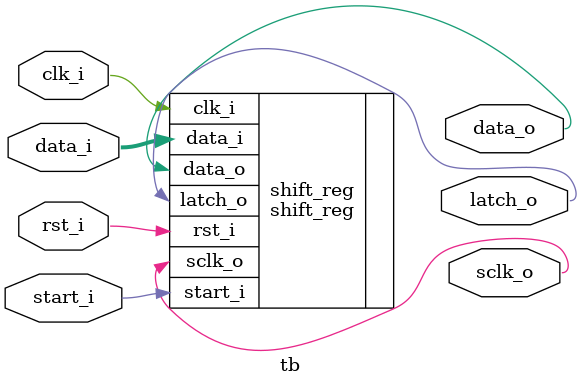
<source format=v>
`default_nettype none
`timescale 1ns/1ps

module tb (
    input        clk_i,
    input        rst_i,
    input        start_i,
    input [47:0] data_i,
    output       sclk_o,
    output       data_o,
    output       latch_o
);

`ifdef __ICARUS__
    initial begin
        $dumpfile ("tb.vcd");
        $dumpvars (0, tb);
        #1;
    end
`endif

shift_reg #(.WIDTH(48)) shift_reg (
    .clk_i   (clk_i),
    .rst_i   (rst_i),
    .start_i (start_i),
    .data_i  (data_i),
    .sclk_o  (sclk_o),
    .data_o  (data_o),
    .latch_o (latch_o)
);

endmodule

</source>
